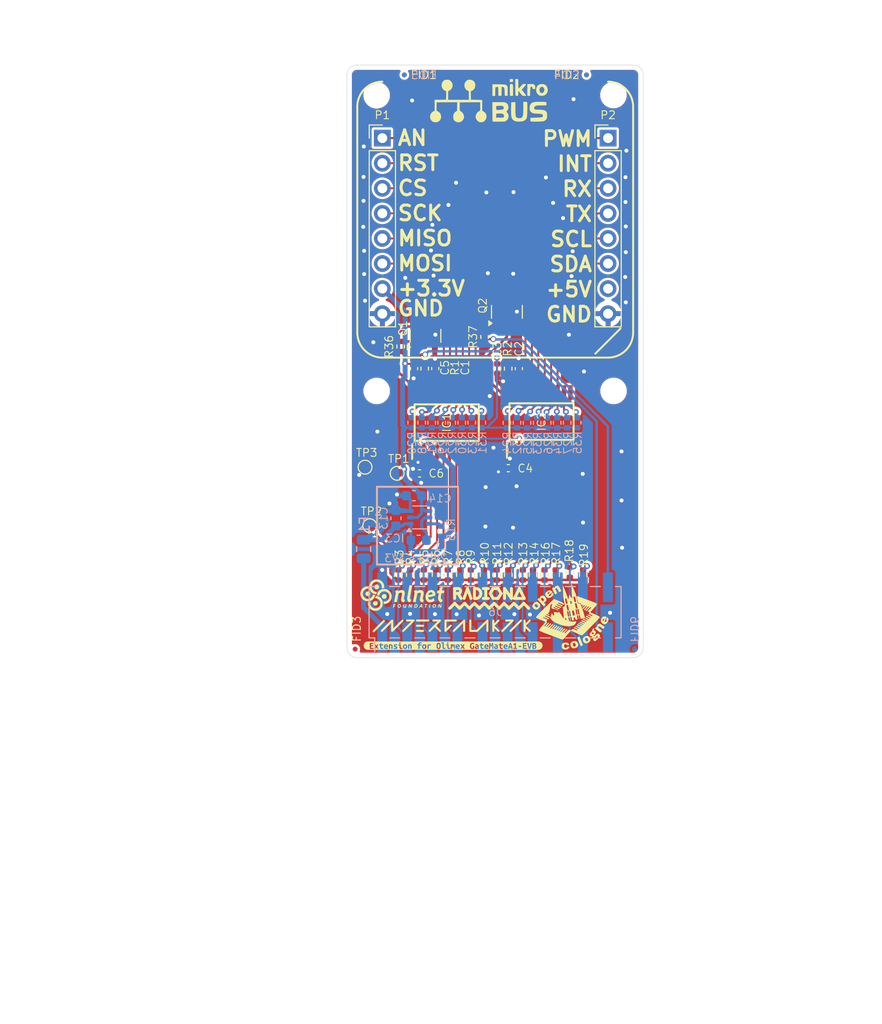
<source format=kicad_pcb>
(kicad_pcb (version 20240108) (generator "pcbnew") (generator_version "8.0")
  (title_block (title "${project_name} ${project_version}") (date "2024-12-02") (rev "${project_version}") (company "${project_creator}") (comment 1 "${project_license}"))
  (layers (0 "F.Cu" signal) (1 "In1.Cu" signal "GND1.Cu") (2 "In2.Cu" signal "GND2.Cu") (31 "B.Cu" signal) (34 "B.Paste" user) (35 "F.Paste" user) (36 "B.SilkS" user "B.Silkscreen") (37 "F.SilkS" user "F.Silkscreen") (38 "B.Mask" user) (39 "F.Mask" user) (44 "Edge.Cuts" user))
  (property "project_creator" "Intergalaktik d.o.o.")
  (property "project_license" "CERN-OHL-S v2")
  (property "project_name" "MikroBus to Olimex Extension")
  (property "project_version" "v0.1")
  (property "project_year" "2024.")
  (net 0 "")
  (net 1 "Net-(IC1-EN)")
  (net 2 "GND")
  (net 3 "Net-(IC3-EN)")
  (net 4 "Net-(IC3-L)")
  (net 5 "Net-(IC2-EN)")
  (net 6 "+Exten_V")
  (net 7 "+VCC_HIGH")
  (net 8 "+VCC_LOW")
  (net 9 "/Main Sheet/B1")
  (net 10 "/Main Sheet/A0")
  (net 11 "/Main Sheet/A2")
  (net 12 "/Main Sheet/A1")
  (net 13 "/Main Sheet/B0")
  (net 14 "/Main Sheet/NB_A2_2P")
  (net 15 "/Main Sheet/NB_B1_1N")
  (net 16 "/Main Sheet/NB_A3_3P")
  (net 17 "/Main Sheet/B2")
  (net 18 "/Main Sheet/NB_A1_1P")
  (net 19 "/Main Sheet/B3")
  (net 20 "/Main Sheet/NB_B0_0N")
  (net 21 "/Main Sheet/NB_A0_0P")
  (net 22 "/Main Sheet/NB_B2_2N")
  (net 23 "/Main Sheet/NB_B3_3N")
  (net 24 "/Main Sheet/A3")
  (net 25 "/Main Sheet/B4")
  (net 26 "/Main Sheet/NB_B7_7N")
  (net 27 "/Main Sheet/A7")
  (net 28 "/Main Sheet/NB_A5_5P")
  (net 29 "/Main Sheet/A4")
  (net 30 "/Main Sheet/NB_A6_6P")
  (net 31 "/Main Sheet/A5")
  (net 32 "/Main Sheet/A6")
  (net 33 "/Main Sheet/B6")
  (net 34 "/Main Sheet/NB_A4_4P")
  (net 35 "/Main Sheet/B7")
  (net 36 "/Main Sheet/NB_A7_7P")
  (net 37 "/Main Sheet/NB_B6_6N")
  (net 38 "/Main Sheet/NB_B4_4N")
  (net 39 "/Main Sheet/NB_B5_5N")
  (net 40 "/Main Sheet/B5")
  (net 41 "/Main Sheet/NB_A8_8P")
  (net 42 "/Main Sheet/NB_B8_8N")
  (net 44 "Net-(Q1-B)")
  (net 45 "Net-(Q2-B)")
  (footprint "Resistor_SMD:R_0402_1005Metric" (layer "F.Cu") (at 101.59 73.47 90)
    (property "Reference" "R12")
    (property "Value" "10K" (hide yes))
  )
  (footprint "Resistor_SMD:R_0402_1005Metric" (layer "F.Cu") (at 97.79 73.47 90)
    (property "Reference" "R9")
    (property "Value" "10K" (hide yes))
  )
  (footprint "TestPoint:TestPoint_Pad_D1.0mm" (layer "F.Cu") (at 87.08 62.555)
    (property "Reference" "TP3")
    (property "Value" "GND" (hide yes))
  )
  (footprint "Fiducial:Fiducial_0.5mm_Mask1mm" (layer "F.Cu") (at 86.08 80.975)
    (property "Reference" "FID3")
    (property "Value" "Fiducial_F_BL" (hide yes))
  )
  (footprint "Resistor_SMD:R_0402_1005Metric" (layer "F.Cu") (at 91.66 73.47 90)
    (property "Reference" "R4")
    (property "Value" "10K" (hide yes))
  )
  (footprint "Capacitor_SMD:C_0402_1005Metric" (layer "F.Cu") (at 100.46 52.575 90)
    (property "Reference" "C3")
    (property "Value" "100n" (hide yes))
  )
  (footprint "Cologne:open_cologne_small" (layer "F.Cu") (at 107.77 77.64)
    (property "Reference" "H3" (hide yes))
    (property "Value" "Logo OpenCologne" (hide yes))
  )
  (footprint "Resistor_SMD:R_0402_1005Metric" (layer "F.Cu") (at 109.17 73.47 90)
    (property "Reference" "R19")
    (property "Value" "10K" (hide yes))
  )
  (footprint "Resistor_SMD:R_0402_1005Metric" (layer "F.Cu") (at 99.13 73.47 90)
    (property "Reference" "R10")
    (property "Value" "10K" (hide yes))
  )
  (footprint "Resistor_SMD:R_0402_1005Metric" (layer "F.Cu") (at 90.69 50.335 90)
    (property "Reference" "R36")
    (property "Value" "2K" (hide yes))
  )
  (footprint "Resistor_SMD:R_0402_1005Metric" (layer "F.Cu") (at 101.58 52.575 -90)
    (property "Reference" "R2")
    (property "Value" "200K" (hide yes))
  )
  (footprint "Fiducial:Fiducial_0.5mm_Mask1mm" (layer "F.Cu") (at 91.06 22.835)
    (property "Reference" "FID1")
    (property "Value" "Fiducial_F_TL" (hide yes))
  )
  (footprint "Fiducial:Fiducial_0.5mm_Mask1mm" (layer "F.Cu") (at 109.51 22.835)
    (property "Reference" "FID2")
    (property "Value" "Fiducial_F_TR" (hide yes))
  )
  (footprint "MountingHole:MountingHole_2.2mm_M2" (layer "F.Cu") (at 88.26 54.835)
    (property "Reference" "H5" (hide yes))
    (property "Value" "MountingHole" (hide yes))
  )
  (footprint "LSF0108PWR:SOP65P640X120-20N" (layer "F.Cu") (at 104.955 57.937 90)
    (property "Reference" "IC2")
    (property "Value" "LSF0108PWR" (hide yes))
  )
  (footprint "Resistor_SMD:R_0402_1005Metric" (layer "F.Cu") (at 106.39 73.47 90)
    (property "Reference" "R17")
    (property "Value" "10K" (hide yes))
  )
  (footprint "Capacitor_SMD:C_0402_1005Metric" (layer "F.Cu") (at 92.6 63.185)
    (property "Reference" "C6")
    (property "Value" "100n" (hide yes))
  )
  (footprint "Resistor_SMD:R_0402_1005Metric" (layer "F.Cu") (at 100.41 73.47 90)
    (property "Reference" "R11")
    (property "Value" "10K" (hide yes))
  )
  (footprint "MountingHole:MountingHole_2.2mm_M2" (layer "F.Cu") (at 112.25 54.835)
    (property "Reference" "H6" (hide yes))
    (property "Value" "MountingHole" (hide yes))
  )
  (footprint "Resistor_SMD:R_0402_1005Metric" (layer "F.Cu") (at 99.19 49.37 90)
    (property "Reference" "R37")
    (property "Value" "2K" (hide yes))
  )
  (footprint "Resistor_SMD:R_0402_1005Metric" (layer "F.Cu") (at 94.27 73.46 90)
    (property "Reference" "R6")
    (property "Value" "10K" (hide yes))
  )
  (footprint "Resistor_SMD:R_0402_1005Metric" (layer "F.Cu") (at 93.03 73.47 90)
    (property "Reference" "R5")
    (property "Value" "10K" (hide yes))
  )
  (footprint "Capacitor_SMD:C_0402_1005Metric" (layer "F.Cu") (at 102.66 52.575 -90)
    (property "Reference" "C2")
    (property "Value" "100n" (hide yes))
  )
  (footprint "nlnet:nlnet" (layer "F.Cu") (at 90.86 75.505)
    (property "Reference" "H2" (hide yes))
    (property "Value" "Logo NLnet" (hide yes))
  )
  (footprint "Package_TO_SOT_SMD:SOT-23" (layer "F.Cu") (at 101.45 46.8225 90)
    (property "Reference" "Q2")
    (property "Value" "MMBT3904" (hide yes))
  )
  (footprint "Capacitor_SMD:C_0402_1005Metric" (layer "F.Cu") (at 101.59 62.655)
    (property "Reference" "C4")
    (property "Value" "100n" (hide yes))
  )
  (footprint "MountingHole:MountingHole_2.2mm_M2" (layer "F.Cu") (at 88.26 24.895)
    (property "Reference" "H8" (hide yes))
    (property "Value" "MountingHole" (hide yes))
  )
  (footprint "Resistor_SMD:R_0402_1005Metric" (layer "F.Cu") (at 90.45 73.47 90)
    (property "Reference" "R3")
    (property "Value" "10K" (hide yes))
  )
  (footprint "TestPoint:TestPoint_Pad_D1.0mm" (layer "F.Cu") (at 87.56 68.485)
    (property "Reference" "TP2")
    (property "Value" "VCC_LOW" (hide yes))
  )
  (footprint "TestPoint:TestPoint_Pad_D1.0mm" (layer "F.Cu") (at 90.33 63.175)
    (property "Reference" "TP1")
    (property "Value" "VCC_HIGH" (hide yes))
  )
  (footprint "Capacitor_SMD:C_0402_1005Metric" (layer "F.Cu") (at 92.05 52.575 90)
    (property "Reference" "C5")
    (property "Value" "100n" (hide yes))
  )
  (footprint "Resistor_SMD:R_0402_1005Metric" (layer "F.Cu") (at 95.46 73.47 90)
    (property "Reference" "R7")
    (property "Value" "10K" (hide yes))
  )
  (footprint "Resistor_SMD:R_0402_1005Metric" (layer "F.Cu") (at 93.12 52.575 -90)
    (property "Reference" "R1")
    (property "Value" "200K" (hide yes))
  )
  (footprint "intergalaktik:intergalaktik" (layer "F.Cu") (at 95.890409 78.486446)
    (property "Reference" "H1" (hide yes))
    (property "Value" "Logo Intergalaktik" (hide yes))
  )
  (footprint "Resistor_SMD:R_0402_1005Metric" (layer "F.Cu") (at 105.26 73.47 90)
    (property "Reference" "R16")
    (property "Value" "10K" (hide yes))
  )
  (footprint "MikroBus:Socket_Strip_Straight_1x08_Pitch2.54mm" (layer "F.Cu") (at 88.835 29.235)
    (property "Reference" "P1")
    (property "Value" "microBus_1" (hide yes))
  )
  (footprint "MountingHole:MountingHole_2.2mm_M2" (layer "F.Cu") (at 112.24 24.875)
    (property "Reference" "H9" (hide yes))
    (property "Value" "MountingHole" (hide yes))
  )
  (footprint "radiona:radiona_small" (layer "F.Cu") (at 99.659591 74.843554)
    (property "Reference" "H4" (hide yes))
    (property "Value" "Logo Radiona" (hide yes))
  )
  (footprint "Package_TO_SOT_SMD:SOT-23" (layer "F.Cu") (at 93.2 49.2525 90)
    (property "Reference" "Q1")
    (property "Value" "MMBT3904" (hide yes))
  )
  (footprint "Resistor_SMD:R_0402_1005Metric" (layer "F.Cu") (at 103.06 73.47 90)
    (property "Reference" "R13")
    (property "Value" "10K" (hide yes))
  )
  (footprint "Resistor_SMD:R_0402_1005Metric" (layer "F.Cu") (at 96.73 73.47 90)
    (property "Reference" "R8")
    (property "Value" "10K" (hide yes))
  )
  (footprint "Capacitor_SMD:C_0402_1005Metric" (layer "F.Cu") (at 94.19 52.565 90)
    (property "Reference" "C1")
    (property "Value" "100n" (hide yes))
  )
  (footprint "Resistor_SMD:R_0402_1005Metric" (layer "F.Cu") (at 104.09 73.47 90)
    (property "Reference" "R14")
    (property "Value" "10K" (hide yes))
  )
  (footprint "Resistor_SMD:R_0402_1005Metric" (layer "F.Cu") (at 107.82 73.195 90)
    (property "Reference" "R18")
    (property "Value" "10K" (hide yes))
  )
  (footprint "MikroBus:mikrobus_logo" (layer "F.Cu") (at 99.613263 25.427846)
    (property "Reference" "H7" (hide yes))
    (property "Value" "Logo MikroBus" (hide yes))
  )
  (footprint "MikroBus:Socket_Strip_Straight_1x08_Pitch2.54mm" (layer "F.Cu") (at 111.695 29.235)
    (property "Reference" "P2")
    (property "Value" "microBus_2" (hide yes))
  )
  (footprint "LSF0108PWR:SOP65P640X120-20N" (layer "F.Cu") (at 95.355 58.043 90)
    (property "Reference" "IC1")
    (property "Value" "LSF0108PWR" (hide yes))
  )
  (footprint "kibuzzard-674D68C8" (layer "F.Cu") (at 96 80.625)
    (property "Reference" "kibuzzard-674D68C8" (hide yes))
    (property "Value" "G***" (hide yes))
  )
  (footprint "Fiducial:Fiducial_0.5mm_Mask1mm" (layer "B.Cu") (at 109.51 22.835 180)
    (property "Reference" "FID4")
    (property "Value" "Fiducial_B_TL" (hide yes))
  )
  (footprint "Resistor_SMD:R_0402_1005Metric" (layer "B.Cu") (at 104.51 58.065 90)
    (property "Reference" "R33")
    (property "Value" "10K" (hide yes))
  )
  (footprint "Resistor_SMD:R_0402_1005Metric" (layer "B.Cu") (at 92.819285 58.043 90)
    (property "Reference" "R28")
    (property "Value" "10K" (hide yes))
  )
  (footprint "Resistor_SMD:R_0402_1005Metric" (layer "B.Cu") (at 93.83357 58.053 90)
    (property "Reference" "R21")
    (property "Value" "10K" (hide yes))
  )
  (footprint "Resistor_SMD:R_0402_1005Metric" (layer "B.Cu") (at 95.86214 58.063 90)
    (property "Reference" "R22")
    (property "Value" "10K" (hide yes))
  )
  (footprint "Inductor_SMD:L_0603_1608Metric" (layer "B.Cu") (at 92.51 69.951666 180)
    (property "Reference" "L1")
    (property "Value" "4.7uH" (hide yes))
  )
  (footprint "Resistor_SMD:R_0402_1005Metric" (layer "B.Cu") (at 102.47 58.055 90)
    (property "Reference" "R32")
    (property "Value" "10K" (hide yes))
  )
  (footprint "Resistor_SMD:R_0402_1005Metric" (layer "B.Cu") (at 105.53 58.065 90)
    (property "Reference" "R26")
    (property "Value" "10K" (hide yes))
  )
  (footprint "Resistor_SMD:R_0402_1005Metric" (layer "B.Cu") (at 94.847855 58.053 90)
    (property "Reference" "R29")
    (property "Value" "10K" (hide yes))
  )
  (footprint "Package_TO_SOT_SMD:SOT-363_SC-70-6" (layer "B.Cu") (at 92.62 67.641666)
    (property "Reference" "IC3")
    (property "Value" "TLV61225DC" (hide yes))
  )
  (footprint "Connector_PinSocket_2.54mm:PinSocket_2x10_P2.54mm_Vertical_SMD" (layer "B.Cu") (at 100.25 77.24 -90)
    (property "Reference" "J6")
    (property "Value" "MISC" (hide yes))
  )
  (footprint "Resistor_SMD:R_0402_1005Metric" (layer "B.Cu") (at 96.876425 58.053 90)
    (property "Reference" "R30")
    (property "Value" "10K" (hide yes))
  )
  (footprint "Fiducial:Fiducial_0.5mm_Mask1mm" (layer "B.Cu") (at 114.39 80.975 180)
    (property "Reference" "FID6")
    (property "Value" "Fiducial_B_BL" (hide yes))
  )
  (footprint "Resistor_SMD:R_0402_1005Metric" (layer "B.Cu") (at 108.56 58.045 90)
    (property "Reference" "R35")
    (property "Value" "10K" (hide yes))
  )
  (footprint "Resistor_SMD:R_0402_1005Metric" (layer "B.Cu") (at 106.54 58.055 90)
    (property "Reference" "R34")
    (property "Value" "10K" (hide yes))
  )
  (footprint "Fuse:Fuse_0805_2012Metric" (layer "B.Cu") (at 86.94 70.8425 90)
    (property "Reference" "F1")
    (property "Value" "0805L050WR" (hide yes))
  )
  (footprint "Resistor_SMD:R_0402_1005Metric" (layer "B.Cu") (at 98.905 58.043 90)
    (property "Reference" "R31")
    (property "Value" "10K" (hide yes))
  )
  (footprint "Resistor_SMD:R_0402_1005Metric" (layer "B.Cu") (at 101.45 58.065 90)
    (property "Reference" "R24")
    (property "Value" "10K" (hide yes))
  )
  (footprint "Resistor_SMD:R_0402_1005Metric" (layer "B.Cu") (at 91.805 58.043 90)
    (property "Reference" "R20")
    (property "Value" "10K" (hide yes))
  )
  (footprint "Fiducial:Fiducial_0.5mm_Mask1mm" (layer "B.Cu") (at 91.06 22.835 180)
    (property "Reference" "FID5")
    (property "Value" "Fiducial_B_TR" (hide yes))
  )
  (footprint "Capacitor_SMD:C_0603_1608Metric" (layer "B.Cu") (at 92.03 65.441666 180)
    (property "Reference" "C14")
    (property "Value" "10uF" (hide yes))
  )
  (footprint "Resistor_SMD:R_0402_1005Metric" (layer "B.Cu") (at 97.89071 58.043 90)
    (property "Reference" "R23")
    (property "Value" "10K" (hide yes))
  )
  (footprint "Resistor_SMD:R_0402_1005Metric" (layer "B.Cu") (at 103.49 58.065 90)
    (property "Reference" "R25")
    (property "Value" "10K" (hide yes))
  )
  (footprint "Resistor_SMD:R_0402_1005Metric" (layer "B.Cu") (at 94.8 69.041666 90)
    (property "Reference" "R15")
    (property "Value" "10K" (hide yes))
  )
  (footprint "Resistor_SMD:R_0402_1005Metric" (layer "B.Cu") (at 107.55 58.055 90)
    (property "Reference" "R27")
    (property "Value" "10K" (hide yes))
  )
  (footprint "Capacitor_SMD:C_0603_1608Metric" (layer "B.Cu") (at 90.21 67.726666 90)
    (property "Reference" "C13")
    (property "Value" "10uF" (hide yes))
  )
  (gr_rect (start 88.29 64.538334) (end 96.492718 72.411666) (stroke (width 0.2)) (fill none) (layer "B.SilkS"))
  (gr_arc (start 86.295 26.06) (mid 87.038949 24.263949) (end 88.835 23.52) (stroke (width 0.2)) (layer "F.SilkS"))
  (gr_arc (start 111.695 23.52) (mid 113.491051 24.263949) (end 114.235 26.06) (stroke (width 0.2)) (layer "F.SilkS"))
  (gr_line (start 86.295 47.015) (end 86.295 48.92) (stroke (width 0.2)) (layer "F.SilkS"))
  (gr_line (start 114.235 47.015) (end 114.235 48.92) (stroke (width 0.2)) (layer "F.SilkS"))
  (gr_line (start 88.835 51.46) (end 111.695 51.46) (stroke (width 0.2)) (layer "F.SilkS"))
  (gr_line (start 86.295 26.06) (end 86.295 29.235) (stroke (width 0.2)) (layer "F.SilkS"))
  (gr_arc (start 114.235 48.92) (mid 113.491051 50.716051) (end 111.695 51.46) (stroke (width 0.2)) (layer "F.SilkS"))
  (gr_line (start 86.295 29.235) (end 86.295 47.015) (stroke (width 0.2)) (layer "F.SilkS"))
  (gr_line (start 114.235 29.235) (end 114.235 47.015) (stroke (width 0.2)) (layer "F.SilkS"))
  (gr_arc (start 88.835 51.46) (mid 87.038949 50.716051) (end 86.295 48.92) (stroke (width 0.2)) (layer "F.SilkS"))
  (gr_line (start 112.95 48.515) (end 110.41 51.055) (stroke (width 0.2)) (layer "F.SilkS"))
  (gr_line (start 114.235 29.235) (end 114.235 26.06) (stroke (width 0.2)) (layer "F.SilkS"))
  (gr_arc (start 86.25 81.835) (mid 85.542893 81.542107) (end 85.25 80.835) (stroke (width 0.05)) (layer "Edge.Cuts"))
  (gr_arc (start 115.25 80.835) (mid 114.957107 81.542107) (end 114.25 81.835) (stroke (width 0.05)) (layer "Edge.Cuts"))
  (gr_line (start 86.25 21.835) (end 114.25 21.835) (stroke (width 0.05)) (layer "Edge.Cuts"))
  (gr_line (start 85.25 80.835) (end 85.25 22.835) (stroke (width 0.05)) (layer "Edge.Cuts"))
  (gr_arc (start 114.25 21.835) (mid 114.957107 22.127893) (end 115.25 22.835) (stroke (width 0.05)) (layer "Edge.Cuts"))
  (gr_line (start 115.25 22.835) (end 115.25 80.835) (stroke (width 0.05)) (layer "Edge.Cuts"))
  (gr_arc (start 85.25 22.835) (mid 85.542893 22.127893) (end 86.25 21.835) (stroke (width 0.05)) (layer "Edge.Cuts"))
  (gr_line (start 114.25 81.835) (end 86.25 81.835) (stroke (width 0.05)) (layer "Edge.Cuts"))
  (gr_text "2V5>>3V3" (at 95.4975 72.241666 0) (layer "B.SilkS") (effects (font (size 0.8 0.8) (thickness 0.1)) (justify left bottom mirror)))
  (gr_text "TX" (at 108.740001 36.925 0) (layer "F.SilkS") (effects (font (size 1.5 1.5) (thickness 0.3))))
  (gr_text "GND" (at 107.74 47.085 0) (layer "F.SilkS") (effects (font (size 1.5 1.5) (thickness 0.3))))
  (gr_text "RX" (at 108.561429 34.385 0) (layer "F.SilkS") (effects (font (size 1.5 1.5) (thickness 0.3))))
  (gr_text "GND" (at 92.73 46.475 0) (layer "F.SilkS") (effects (font (size 1.5 1.5) (thickness 0.3))))
  (gr_text "SDA" (at 107.918572 42.005 0) (layer "F.SilkS") (effects (font (size 1.5 1.5) (thickness 0.3))))
  (gr_text "MISO" (at 93.158572 39.375 0) (layer "F.SilkS") (effects (font (size 1.5 1.5) (thickness 0.3))))
  (gr_text "+3.3V" (at 93.801428 44.455 0) (layer "F.SilkS") (effects (font (size 1.5 1.5) (thickness 0.3))))
  (gr_text "SCL" (at 107.954286 39.465 0) (layer "F.SilkS") (effects (font (size 1.5 1.5) (thickness 0.3))))
  (gr_text "INT" (at 108.311429 31.845 0) (layer "F.SilkS") (effects (font (size 1.5 1.5) (thickness 0.3))))
  (gr_text "+5V" (at 107.740001 44.545 0) (layer "F.SilkS") (effects (font (size 1.5 1.5) (thickness 0.3))))
  (gr_text "AN" (at 91.872857 29.215 0) (layer "F.SilkS") (effects (font (size 1.5 1.5) (thickness 0.3))))
  (gr_text "PWM" (at 107.561429 29.305 0) (layer "F.SilkS") (effects (font (size 1.5 1.5) (thickness 0.3))))
  (gr_text "SCK" (at 92.658571 36.835 0) (layer "F.SilkS") (effects (font (size 1.5 1.5) (thickness 0.3))))
  (gr_text "CS" (at 91.908571 34.295 0) (layer "F.SilkS") (effects (font (size 1.5 1.5) (thickness 0.3))))
  (gr_text "MOSI" (at 93.158572 41.915 0) (layer "F.SilkS") (effects (font (size 1.5 1.5) (thickness 0.3))))
  (gr_text "RST" (at 92.48 31.755 0) (layer "F.SilkS") (effects (font (size 1.5 1.5) (thickness 0.3))))
  (segment (start 91.145 48.315) (end 89.93 49.53) (width 0.25) (layer "F.Cu") (net 1))
  (segment (start 92.43 54.88) (end 92.43 55.105) (width 0.25) (layer "F.Cu") (net 1))
  (segment (start 93.08 55.105) (end 93.08 53.705) (width 0.2) (layer "F.Cu") (net 1))
  (segment (start 93.12 53.665) (end 93.08 53.705) (width 0.2) (layer "F.Cu") (net 1))
  (segment (start 89.93 52.38) (end 92.43 54.88) (width 0.25) (layer "F.Cu") (net 1))
  (segment (start 94.15 53.085) (end 94.19 53.045) (width 0.2) (layer "F.Cu") (net 1))
  (segment (start 93.12 53.085) (end 94.15 53.085) (width 0.2) (layer "F.Cu") (net 1))
  (segment (start 92.43 55.105) (end 93.08 55.105) (width 0.2) (layer "F.Cu") (net 1))
  (segment (start 89.93 49.53) (end 89.93 52.38) (width 0.25) (layer "F.Cu") (net 1))
  (segment (start 93.2 48.315) (end 91.145 48.315) (width 0.25) (layer "F.Cu") (net 1))
  (segment (start 93.12 53.085) (end 93.12 53.665) (width 0.2) (layer "F.Cu") (net 1))
  (segment (start 100.46 53.25) (end 101.07 53.86) (width 0.25) (layer "F.Cu") (net 2))
  (segment (start 92.12 63.185) (end 92.12 62.9) (width 0.25) (layer "F.Cu") (net 2))
  (segment (start 86.49 63.335) (end 86.89 62.935) (width 0.5) (layer "F.Cu") (net 2))
  (segment (start 92.05 53.51) (end 92 53.56) (width 0.25) (layer "F.Cu") (net 2))
  (segment (start 86.89 62.935) (end 86.89 62.555) (width 0.5) (layer "F.Cu") (net 2))
  (segment (start 102.4 46.87) (end 102.46 46.81) (width 0.25) (layer "F.Cu") (net 2))
  (segment (start 102.66 52.095) (end 102.66 51.54) (width 0.25) (layer "F.Cu") (net 2))
  (segment (start 92.05 53.055) (end 92.05 53.51) (width 0.25) (layer "F.Cu") (net 2))
  (segment (start 102.03 61.4) (end 101.75 61.68) (width 0.25) (layer "F.Cu") (net 2))
  (segment (start 94.19 52.085) (end 94.19 51.6) (width 0.25) (layer "F.Cu") (net 2))
  (segment (start 94.15 50.19) (end 94.15 49.19) (width 0.25) (layer "F.Cu") (net 2))
  (segment (start 102.4 47.76) (end 102.4 46.87) (width 0.25) (layer "F.Cu") (net 2))
  (segment (start 102.03 60.875) (end 102.03 61.4) (width 0.25) (layer "F.Cu") (net 2))
  (segment (start 101.11 62.655) (end 100.96 62.655) (width 0.2) (layer "F.Cu") (net 2))
  (segment (start 92.12 63.485) (end 92.77 64.135) (width 0.25) (layer "F.Cu") (net 2))
  (segment (start 92.12 63.185) (end 92.12 63.485) (width 0.25) (layer "F.Cu") (net 2))
  (segment (start 92.43 60.981) (end 92.43 62.045) (width 0.2) (layer "F.Cu") (net 2))
  (segment (start 102.66 51.54) (end 102.64 51.52) (width 0.25) (layer "F.Cu") (net 2))
  (segment (start 92.12 62.9) (end 91.94 62.72) (width 0.25) (layer "F.Cu") (net 2))
  (segment (start 94.19 51.6) (end 94.17 51.58) (width 0.25) (layer "F.Cu") (net 2))
  (segment (start 94.15 49.19) (end 94.2 49.14) (width 0.25) (layer "F.Cu") (net 2))
  (segment (start 92.43 62.045) (end 92.45 62.065) (width 0.2) (layer "F.Cu") (net 2))
  (segment (start 100.46 53.055) (end 100.46 53.25) (width 0.25) (layer "F.Cu") (net 2))
  (segment (start 100.96 62.655) (end 100.59 63.025) (width 0.2) (layer "F.Cu") (net 2))
  (via (at 113.49 38.185) (size 0.8) (drill 0.4) (layers "F.Cu" "B.Cu") (net 2))
  (via (at 86.99 40.645) (size 0.8) (drill 0.4) (layers "F.Cu" "B.Cu") (net 2))
  (via (at 109.26 52.865) (size 0.8) (drill 0.4) (layers "F.Cu" "B.Cu") (net 2))
  (via (at 99.3 64.575) (size 0.8) (drill 0.4) (layers "F.Cu" "B.Cu") (net 2))
  (via (at 113.12 70.705) (size 0.8) (drill 0.4) (layers "F.Cu" "B.Cu") (net 2))
  (via (at 86.95 30.085) (size 0.8) (drill 0.4) (layers "F.Cu" "B.Cu") (net 2))
  (via (at 91.85 25.425) (size 0.8) (drill 0.4) (layers "F.Cu" "B.Cu") (net 2))
  (via (at 101.75 61.68) (size 0.6) (drill 0.4) (layers "F.Cu" "B.Cu") (net 2))
  (via (at 102.21 77.435) (size 0.8) (drill 0.4) (layers "F.Cu" "B.Cu") (net 2))
  (via (at 113.46 35.705) (size 0.8) (drill 0.4) (layers "F.Cu" "B.Cu") (net 2))
  (via (at 102.12 34.705) (size 0.8) (drill 0.4) (layers "F.Cu" "B.Cu") (net 2))
  (via (at 99.27 68.565) (size 0.8) (drill 0.4) (layers "F.Cu" "B.Cu") (net 2))
  (via (at 103.78 77.475) (size 0.8) (drill 0.4) (layers "F.Cu" "B.Cu") (net 2))
  (via (at 113.06 60.955) (size 0.8) (drill 0.4) (layers "F.Cu" "B.Cu") (net 2))
  (via (at 111.9 77.295) (size 0.8) (drill 0.4) (layers "F.Cu" "B.Cu") (net 2))
  (via (at 102.09 42.975) (size 0.8) (drill 0.4) (layers "F.Cu" "B.Cu") (net 2))
  (via (at 86.9 38.215) (size 0.8) (drill 0.4) (layers "F.Cu" "B.Cu") (net 2))
  (via (at 109.16 68.165) (size 0.8) (drill 0.4) (layers "F.Cu" "B.Cu") (net 2))
  (via (at 87.92 49.905) (size 0.8) (drill 0.4) (layers "F.Cu" "B.Cu") (net 2))
  (via (at 91.94 62.72) (size 0.6) (drill 0.4) (layers "F.Cu" "B.Cu") (net 2))
  (via (at 113.55 30.505) (size 0.8) (drill 0.4) (layers "F.Cu" "B.Cu") (net 2))
  (via (at 102.46 46.81) (size 0.6) (drill 0.4) (layers "F.Cu" "B.Cu") (net 2))
  (via (at 88.82 72.96) (size 0.8) (drill 0.4) (layers "F.Cu" "B.Cu") (net 2))
  (via (at 92 53.56) (size 0.6) (drill 0.4) (layers "F.Cu" "B.Cu") (net 2))
  (via (at 92.45 62.065) (size 0.6) (drill 0.3) (layers "F.Cu" "B.Cu") (net 2))
  (via (at 106.13 35.795) (size 0.8) (drill 0.4) (layers "F.Cu" "B.Cu") (net 2))
  (via (at 98.62 77.565) (size 0.8) (drill 0.4) (layers "F.Cu" "B.Cu") (net 2))
  (via (at 113.43 43.295) (size 0.8) (drill 0.4) (layers "F.Cu" "B.Cu") (net 2))
  (via (at 87.08 45.695) (size 0.8) (drill 0.4) (layers "F.Cu" "B.Cu") (net 2))
  (via (at 96.36 77.445) (size 0.8) (drill 0.4) (layers "F.Cu" "B.Cu") (net 2))
  (via (at 107.73 49.145) (size 0.8) (drill 0.4) (layers "F.Cu" "B.Cu") (net 2))
  (via (at 86.93 33.165) (size 0.8) (drill 0.4) (layers "F.Cu" "B.Cu") (net 2))
  (via (at 100.59 63.025) (size 0.6) (drill 0.3) (layers "F.Cu" "B.Cu") (net 2))
  (via (at 113.06 65.925) (size 0.8) (drill 0.4) (layers "F.Cu" "B.Cu") (net 2))
  (via (at 113.49 45.865) (size 0.8) (drill 0.4) (layers "F.Cu" "B.Cu") (net 2))
  (via (at 102.07 68.685) (size 0.8) (drill 0.4) (layers "F.Cu" "B.Cu") (net 2))
  (via (at 108 43.215) (size 0.8) (drill 0.4) (layers "F.Cu" "B.Cu") (net 2))
  (via (at 99.37 34.735) (size 0.8) (drill 0.4) (layers "F.Cu" "B.Cu") (net 2))
  (via (at 94.17 51.58) (size 0.6) (drill 0.4) (layers "F.Cu" "B.Cu") (net 2))
  (via (at 89.555 66.231666) (size 0.8) (drill 0.4) (layers "F.Cu" "B.Cu") (net 2))
  (via (at 113.46 33.195) (size 0.8) (drill 0.4) (layers "F.Cu" "B.Cu") (net 2))
  (via (at 100.09 60.585) (size 0.8) (drill 0.4) (layers "F.Cu" "B.Cu") (net 2))
  (via (at 105.4 33.225) (size 0.8) (drill 0.4) (layers "F.Cu" "B.Cu") (net 2))
  (via (at 102.43 64.485) (size 0.8) (drill 0.4) (layers "F.Cu" "B.Cu") (net 2))
  (via (at 91.64 77.405) (size 0.8) (drill 0.4) (layers "F.Cu" "B.Cu") (net 2))
  (via (at 90.315 65.321666) (size 0.8) (drill 0.4) (layers "F.Cu" "B.Cu") (net 2))
  (via (at 113.49 40.785) (size 0.8) (drill 0.4) (layers "F.Cu" "B.Cu") (net 2))
  (via (at 94.16 77.435) (size 0.8) (drill 0.4) (layers "F.Cu" "B.Cu") (net 2))
  (via (at 88.33 58.955) (size 0.8) (drill 0.4) (layers "F.Cu" "B.Cu") (net 2))
  (via (at 96.3 33.755) (size 0.8) (drill 0.4) (layers "F.Cu" "B.Cu") (net 2))
  (via (at 94.2 49.14) (size 0.6) (drill 0.4) (layers "F.Cu" "B.Cu") (net 2))
  (via (at 93.76 40.615) (size 0.8) (drill 0.4) (layers "F.Cu" "B.Cu") (net 2))
  (via (at 109.13 63.235) (size 0.8) (drill 0.4) (layers "F.Cu" "B.Cu") (net 2))
  (via (at 92.77 64.135) (size 0.6) (drill 0.4) (layers "F.Cu" "B.Cu") (net 2))
  (via (at 91.16 43.385) (size 0.8) (drill 0.4) (layers "F.Cu" "B.Cu") (net 2))
  (via (at 93.9 38.015) (size 0.8) (drill 0.4) (layers "F.Cu" "B.Cu") (net 2))
  (via (at 102.64 51.52) (size 0.6) (drill 0.4) (layers "F.Cu" "B.Cu") (net 2))
  (via (at 86.99 43.005) (size 0.8) (drill 0.4) (layers "F.Cu" "B.Cu") (net 2))
  (via (at 101.07 53.86) (size 0.6) (drill 0.4) (layers "F.Cu" "B.Cu") (net 2))
  (via (at 107.14 37.335) (size 0.8) (drill 0.4) (layers "F.Cu" "B.Cu") (net 2))
  (via (at 95.53 36.005) (size 0.8) (drill 0.4) (layers "F.Cu" "B.Cu") (net 2))
  (via (at 99.52 42.915) (size 0.8) (drill 0.4) (layers "F.Cu" "B.Cu") (net 2))
  (via (at 86.49 63.335) (size 0.8) (drill 0.4) (layers "F.Cu" "B.Cu") (net 2))
  (via (at 94.02 43.155) (size 0.8) (drill 0.4) (layers "F.Cu" "B.Cu") (net 2))
  (via (at 108.11 40.695) (size 0.8) (drill 0.4) (layers "F.Cu" "B.Cu") (net 2))
  (via (at 99.71 55.355) (size 0.8) (drill 0.4) (layers "F.Cu" "B.Cu") (net 2))
  (via (at 86.93 35.585) (size 0.8) (drill 0.4) (layers "F.Cu" "B.Cu") (net 2))
  (via (at 89.33 77.425) (size 0.8) (drill 0.4) (layers "F.Cu" "B.Cu") (net 2))
  (via (at 108.2 25.295) (size 0.8) (drill 0.4) (layers "F.Cu" "B.Cu") (net 2))
  (segment (start 91.67 65.856666) (end 91.255 65.441666) (width 0.3) (layer "B.Cu") (net 2))
  (segment (start 91.255 65.441666) (end 90.435 65.441666) (width 0.3) (layer "B.Cu") (net 2))
  (segment (start 91.63 66.951666) (end 91.67 66.991666) (width 0.3) (layer "B.Cu") (net 2))
  (segment (start 90.21 66.886666) (end 89.555 66.231666) (width 0.3) (layer "B.Cu") (net 2))
  (segment (start 90.435 65.441666) (end 90.315 65.321666) (width 0.3) (layer "B.Cu") (net 2))
  (segment (start 90.21 66.951666) (end 91.63 66.951666) (width 0.3) (layer "B.Cu") (net 2))
  (segment (start 91.67 66.991666) (end 91.67 65.856666) (width 0.3) (layer "B.Cu") (net 2))
  (segment (start 90.21 66.951666) (end 90.21 66.886666) (width 0.3) (layer "B.Cu") (net 2))
  (segment (start 88.82 72.96) (end 88.82 74.72) (width 0.5) (layer "B.Cu") (net 2))
  (segment (start 93.57 68.291666) (end 94.56 68.291666) (width 0.3) (layer "B.Cu") (net 3))
  (segment (start 94.56 68.291666) (end 94.8 68.531666) (width 0.3) (layer "B.Cu") (net 3))
  (segment (start 93.2975 69.184166) (end 93.2975 69.951666) (width 0.3) (layer "B.Cu") (net 4))
  (segment (start 93.57 67.641666) (end 93.165 67.641666) (width 0.3) (layer "B.Cu") (net 4))
  (segment (start 92.815 68.701666) (end 93.2975 69.184166) (width 0.3) (layer "B.Cu") (net 4))
  (segment (start 92.825 67.981666) (end 92.825 68.691666) (width 0.3) (layer "B.Cu") (net 4))
  (segment (start 93.165 67.641666) (end 92.825 67.981666) (width 0.3) (layer "B.Cu") (net 4))
  (segment (start 92.825 68.691666) (end 92.815 68.701666) (width 0.3) (layer "B.Cu") (net 4))
  (segment (start 99.56 53.72) (end 100.839 54.999) (width 0.25) (layer "F.Cu") (net 5))
  (segment (start 102.63 53.085) (end 102.66 53.055) (width 0.2) (layer "F.Cu") (net 5))
  (segment (start 100.839 54.999) (end 102.03 54.999) (width 0.25) (layer "F.Cu") (net 5))
  (segment (start 101.45 49.35) (end 99.56 51.24) (width 0.25) (layer "F.Cu") (net 5))
  (segment (start 102.68 53.075) (end 102.66 53.055) (width 0.2) (layer "F.Cu") (net 5))
  (segment (start 102.68 54.999) (end 102.68 53.075) (width 0.2) (layer "F.Cu") (net 5))
  (segment (start 99.56 51.24) (end 99.56 53.72) (width 0.25) (layer "F.Cu") (net 5))
  (segment (start 101.58 53.085) (end 102.63 53.085) (width 0.2) (layer "F.Cu") (net 5))
  (segment (start 101.45 45.885) (end 101.45 49.35) (width 0.25) (layer "F.Cu") (net 5))
  (segment (start 102.03 54.999) (end 102.68 54.999) (width 0.2) (layer "F.Cu") (net 5))
  (segment (start 86.94 76.775) (end 86.94 71.78) (width 0.5) (layer "B.Cu") (net 6))
  (segment (start 88.82 79.76) (end 88.82 78.655) (width 0.5) (layer "B.Cu") (net 6))
  (segment (start 88.82 78.655) (end 86.94 76.775) (width 0.5) (layer "B.Cu") (net 6))
  (segment (start 92.05 52.095) (end 93.09 52.095) (width 0.2) (layer "F.Cu") (net 7))
  (segment (start 100.49 52.065) (end 100.46 52.095) (width 0.2) (layer "F.Cu") (net 7))
  (segment (start 91.05 62.755) (end 90.63 63.175) (width 0.5) (layer "F.Cu") (net 7))
  (segment (start 92.05 52.095) (end 91.18 52.095) (width 0.2) (layer "F.Cu") (net 7))
  (segment (start 91.18 52.095) (end 91.14 52.055) (width 0.2) (layer "F.Cu") (net 7))
  (segment (start 100.44 51.475) (end 100.44 52.075) (width 0.2) (layer "F.Cu") (net 7))
  (segment (start 100.44 52.075) (end 100.46 52.095) (width 0.2) (layer "F.Cu") (net 7))
  (segment (start 90.63 63.175) (end 90.33 63.175) (width 0.5) (layer "F.Cu") (net 7))
  (segment (start 93.09 52.095) (end 93.12 52.065) (width 0.2) (layer "F.Cu") (net 7))
  (segment (start 101.58 52.065) (end 100.49 52.065) (width 0.2) (layer "F.Cu") (net 7))
  (via (at 100.44 51.475) (size 0.6) (drill 0.3) (layers "F.Cu" "B.Cu") (net 7))
  (via (at 91.05 62.755) (size 0.6) (drill 0.3) (layers "F.Cu" "B.Cu") (net 7))
  (via (at 91.14 52.055) (size 0.6) (drill 0.3) (layers "F.Cu" "B.Cu") (net 7))
  (segment (start 90.89 53.665) (end 91.14 53.415) (width 0.5) (layer "B.Cu") (net 7))
  (segment (start 91.14 53.415) (end 91.14 52.055) (width 0.5) (layer "B.Cu") (net 7))
  (segment (start 92.805 67.231666) (end 92.805 66.651666) (width 0.3) (layer "B.Cu") (net 7))
  (segment (start 91.148 58.553) (end 91.14 58.545) (width 0.2) (layer "B.Cu") (net 7))
  (segment (start 91.05 62.755) (end 90.95 62.655) (width 0.5) (layer "B.Cu") (net 7))
  (segment (start 90.95 58.735) (end 91.14 58.545) (width 0.5) (layer "B.Cu") (net 7))
  (segment (start 98.905 58.553) (end 99.412 58.553) (width 0.2) (layer "B.Cu") (net 7))
  (segment (start 98.905 58.553) (end 91.148 58.553) (width 0.2) (layer "B.Cu") (net 7))
  (segment (start 92.805 66.651666) (end 93.145 66.991666) (width 0.3) (layer "B.Cu") (net 7))
  (segment (start 91.14 46.78) (end 88.835 44.475) (width 0.5) (layer "B.Cu") (net 7))
  (segment (start 90.89 58.295) (end 90.89 53.665) (width 0.5) (layer "B.Cu") (net 7))
  (segment (start 98.907 58.555) (end 98.905 58.553) (width 0.2) (layer "B.Cu") (net 7))
  (segment (start 93.145 66.991666) (end 93.57 66.991666) (width 0.3) (layer "B.Cu") (net 7))
  (segment (start 92.805 65.441666) (end 92.805 66.651666) (width 0.3) (layer "B.Cu") (net 7))
  (segment (start 91.05 62.755) (end 91.05 63.705) (width 0.5) (layer "B.Cu") (net 7))
  (segment (start 99.412 58.553) (end 99.84 58.125) (width 0.2) (layer "B.Cu") (net 7))
  (segment (start 99.84 58.125) (end 100.44 57.525) (width 0.2) (layer "B.Cu") (net 7))
  (segment (start 92.395 67.641666) (end 92.805 67.231666) (width 0.3) (layer "B.Cu") (net 7))
  (segment (start 90.95 62.655) (end 90.95 58.735) (width 0.5) (layer "B.Cu") (net 7))
  (segment (start 91.14 58.545) (end 90.89 58.295) (width 0.5) (layer "B.Cu") (net 7))
  (segment (start 100.44 57.525) (end 100.44 51.475) (width 0.2) (layer "B.Cu") (net 7))
  (segment (start 91.14 52.055) (end 91.14 46.78) (width 0.5) (layer "B.Cu") (net 7))
  (segment (start 92.786666 65.441666) (end 92.805 65.441666) (width 0.5) (layer "B.Cu") (net 7))
  (segment (start 91.67 67.641666) (end 92.395 67.641666) (width 0.3) (layer "B.Cu") (net 7))
  (segment (start 91.05 63.705) (end 92.786666 65.441666) (width 0.5) (layer "B.Cu") (net 7))
  (segment (start 108.56 58.555) (end 98.907 58.555) (width 0.2) (layer "B.Cu") (net 7))
  (segment (start 93.08 60.981) (end 93.08 59.935) (width 0.2) (layer "F.Cu") (net 8))
  (segment (start 102.68 61.885) (end 102.68 60.875) (width 0.2) (layer "F.Cu") (net 8))
  (segment (start 89.66 70.855) (end 87.96 69.155) (width 0.25) (layer "F.Cu") (net 8))
  (segment (start 102.07 62.495) (end 102.68 61.885) (width 0.2) (layer "F.Cu") (net 8))
  (segment (start 109.155 73.965) (end 90.465 73.965) (width 0.25) (layer "F.Cu") (net 8))
  (segment (start 90.45 73.98) (end 90.35 73.98) (width 0.25) (layer "F.Cu") (net 8))
  (segment (start 93.08 63.185) (end 93.08 60.981) (width 0.2) (layer "F.Cu") (net 8))
  (segment (start 90.35 73.98) (end 89.66 73.29) (width 0.25) (layer "F.Cu") (net 8))
  (segment (start 87.96 69.155) (end 87.96 68.885) (width 0.5) (layer "F.Cu") (net 8))
  (segment (start 90.465 73.965) (end 90.45 73.98) (width 0.25) (layer "F.Cu") (net 8))
  (segment (start 109.17 73.98) (end 109.155 73.965) (width 0.25) (layer "F.Cu") (net 8))
  (segment (start 89.66 73.29) (end 89.66 70.855) (width 0.25) (layer "F.Cu") (net 8))
  (segment (start 102.68 60.875) (end 102.68 59.685) (width 0.2) (layer "F.Cu") (net 8))
  (segment (start 102.68 59.685) (end 102.7 59.665) (width 0.2) (layer "F.Cu") (net 8))
  (segment (start 87.96 68.885) (end 87.56 68.485) (width 0.5) (layer "F.Cu") (net 8))
  (segment (start 102.07 62.655) (end 102.07 62.495) (width 0.2) (layer "F.Cu") (net 8))
  (via (at 102.7 59.665) (size 0.6) (drill 0.3) (layers "F.Cu" "B.Cu") (net 8))
  (via (at 93.08 59.935) (size 0.6) (drill 0.3) (layers "F.Cu" "B.Cu") (net 8))
  (via (at 87.96 69.155) (size 0.6) (drill 0.3) (layers "F.Cu" "B.Cu") (net 8))
  (segment (start 91.7225 69.951666) (end 91.7225 68.344166) (width 0.3) (layer "B.Cu") (net 8))
  (segment (start 94.8 69.551666) (end 94.8 70.686666) (width 0.5) (layer "B.Cu") (net 8))
  (segment (start 94.8 70.686666) (end 94.375 71.111666) (width 0.5) (layer "B.Cu") (net 8))
  (segment (start 87.21 69.905) (end 87.96 69.155) (width 0.5) (layer "B.Cu") (net 8))
  (segment (start 91.065 68.291666) (end 91.67 68.291666) (width 0.3) (layer "B.Cu") (net 8))
  (segment (start 93.35 59.665) (end 93.08 59.935) (width 0.2) (layer "B.Cu") (net 8))
  (segment (start 93.35 59.935) (end 95.99 62.575) (width 0.5) (layer "B.Cu") (net 8))
  (segment (start 91.7225 68.344166) (end 91.67 68.291666) (width 0.3) (layer "B.Cu") (net 8))
  (segment (start 94.375 71.111666) (end 91.985 71.111666) (width 0.5) (layer "B.Cu") (net 8))
  (segment (start 93.08 59.935) (end 93.35 59.935) (width 0.5) (layer "B.Cu") (net 8))
  (segment (start 95.263334 69.551666) (end 94.8 69.551666) (width 0.5) (layer "B.Cu") (net 8))
  (segment (start 88.806666 69.905) (end 90.21 68.501666) (width 0.5) (layer "B.Cu") (net 8))
  (segment (start 86.94 69.905) (end 88.806666 69.905) (width 0.5) (layer "B.Cu") (net 8))
  (segment (start 90.21 68.501666) (end 90.855 68.501666) (width 0.3) (layer "B.Cu") (net 8))
  (segment (start 95.99 68.825) (end 95.263334 69.551666) (width 0.5) (layer "B.Cu") (net 8))
  (segment (start 91.985 71.111666) (end 91.7225 70.849166) (width 0.5) (layer "B.Cu") (net 8))
  (segment (start 102.7 59.665) (end 93.35 59.665) (width 0.2) (layer "B.Cu") (net 8))
  (segment (start 95.99 62.575) (end 95.99 68.825) (width 0.5) (layer "B.Cu") (net 8))
  (segment (start 91.7225 70.849166) (end 91.7225 69.951666) (width 0.5) (layer "B.Cu") (net 8))
  (segment (start 86.94 69.905) (end 87.21 69.905) (width 0.5) (layer "B.Cu") (net 8))
  (segment (start 90.855 68.501666) (end 91.065 68.291666) (width 0.3) (layer "B.Cu") (net 8))
  (segment (start 88.835 39.395) (end 91.38 39.395) (width 0.2) (layer "F.Cu") (net 9))
  (segment (start 91.38 39.395) (end 95.68 43.695) (width 0.2) (layer "F.Cu") (net 9))
  (segment (start 95.68 43.695) (end 95.68 55.105) (width 0.2) (layer "F.Cu") (net 9))
  (segment (start 95.68 56.245) (end 95.21 56.715) (width 0.2) (layer "F.Cu") (net 9))
  (segment (start 95.68 55.105) (end 95.68 56.245) (width 0.2) (layer "F.Cu") (net 9))
  (via (at 95.21 56.715) (size 0.6) (drill 0.3) (layers "F.Cu" "B.Cu") (net 9))
  (segment (start 94.847855 57.307145) (end 94.847855 57.543) (width 0.2) (layer "B.Cu") (net 9))
  (segment (start 95.21 56.945) (end 94.847855 57.307145) (width 0.2) (layer "B.Cu") (net 9))
  (segment (start 95.21 56.715) (end 95.21 56.945) (width 0.2) (layer "B.Cu") (net 9))
  (segment (start 93.41 56.355) (end 92.57 56.355) (width 0.2) (layer "F.Cu") (net 10))
  (segment (start 93.62 56.145) (end 93.41 56.355) (width 0.2) (layer "F.Cu") (net 10))
  (segment (start 92.57 56.355) (end 92.45 56.355) (width 0.2) (layer "F.Cu") (net 10))
  (segment (start 93.73 56.035) (end 93.62 56.145) (width 0.2) (layer "F.Cu") (net 10))
  (segment (start 93.73 55.105) (end 93.73 56.035) (width 0.2) (layer "F.Cu") (net 10))
  (segment (start 92.45 56.355) (end 91.89 56.915) (width 0.2) (layer "F.Cu") (net 10))
  (via (at 91.89 56.915) (size 0.6) (drill 0.3) (layers "F.Cu" "B.Cu") (net 10))
  (segment (start 91.89 56.915) (end 91.89 57.448) (width 0.2) (layer "B.Cu") (net 10))
  (segment (start 91.89 57.448) (end 91.805 57.533) (width 0.2) (layer "B.Cu") (net 10))
  (segment (start 96.32 55.095) (end 96.33 55.105) (width 0.2) (layer "F.Cu") (net 11))
  (segment (start 96.32 42.075) (end 96.32 55.095) (width 0.2) (layer "F.Cu") (net 11))
  (segment (start 91.1 36.855) (end 96.32 42.075) (width 0.2) (layer "F.Cu") (net 11))
  (segment (start 96.33 55.105) (end 96.33 56.445) (width 0.2) (layer "F.Cu") (net 11))
  (segment (start 88.835 36.855) (end 91.1 36.855) (width 0.2) (layer "F.Cu") (net 11))
  (segment (start 96.33 56.445) (end 96.02 56.755) (width 0.2) (layer "F.Cu") (net 11))
  (via (at 96.02 56.755) (size 0.6) (drill 0.3) (layers "F.Cu" "B.Cu") (net 11))
  (segment (start 96.02 57.39514) (end 95.86214 57.553) (width 0.2) (layer "B.Cu") (net 11))
  (segment (start 96.02 56.755) (end 96.02 57.39514) (width 0.2) (layer "B.Cu") (net 11))
  (segment (start 91.04 41.935) (end 95.06 45.955) (width 0.2) (layer "F.Cu") (net 12))
  (segment (start 95.06 55.075) (end 95.03 55.105) (width 0.2) (layer "F.Cu") (net 12))
  (segment (start 95.03 55.105) (end 95.03 55.965) (width 0.2) (layer "F.Cu") (net 12))
  (segment (start 95.06 45.955) (end 95.06 55.075) (width 0.2) (layer "F.Cu") (net 12))
  (segment (start 94.45 56.745) (end 94.37 56.825) (width 0.2) (layer "F.Cu") (net 12))
  (segment (start 95.03 55.965) (end 94.45 56.545) (width 0.2) (layer "F.Cu") (net 12))
  (segment (start 94.45 56.545) (end 94.45 56.745) (width 0.2) (layer "F.Cu") (net 12))
  (segment (start 88.835 41.935) (end 91.04 41.935) (width 0.2) (layer "F.Cu") (net 12))
  (via (at 94.37 56.825) (size 0.6) (drill 0.3) (layers "F.Cu" "B.Cu") (net 12))
  (segment (start 94.37 56.825) (end 93.83357 57.36143) (width 0.2) (layer "B.Cu") (net 12))
  (segment (start 93.83357 57.36143) (end 93.83357 57.543) (width 0.2) (layer "B.Cu") (net 12))
  (segment (start 94.38 55.965) (end 94.38 55.105) (width 0.2) (layer "F.Cu") (net 13))
  (segment (start 93.37 56.975) (end 94.38 55.965) (width 0.2) (layer "F.Cu") (net 13))
  (segment (start 92.84 56.975) (end 93.37 56.975) (width 0.2) (layer "F.Cu") (net 13))
  (via (at 92.84 56.975) (size 0.6) (drill 0.3) (layers "F.Cu" "B.Cu") (net 13))
  (segment (start 92.84 56.975) (end 92.819285 56.995715) (width 0.2) (layer "B.Cu") (net 13))
  (segment (start 92.819285 56.995715) (end 92.819285 57.533) (width 0.2) (layer "B.Cu") (net 13))
  (segment (start 95.46 72.96) (end 95.46 72.815) (width 0.25) (layer "F.Cu") (net 14))
  (segment (start 95.46 72.815) (end 95.7175 72.5575) (width 0.25) (layer "F.Cu") (net 14))
  (segment (start 96.33 71.945) (end 96.33 60.981) (width 0.2) (layer "F.Cu") (net 14))
  (segment (start 95.7175 72.5575) (end 96.33 71.945) (width 0.2) (layer "F.Cu") (net 14))
  (via (at 95.7175 72.5575) (size 0.6) (drill 0.3) (layers "F.Cu" "B.Cu") (net 14))
  (segment (start 95.47 78.79) (end 96.44 79.76) (width 0.2) (layer "B.Cu") (net 14))
  (segment (start 95.47 72.805) (end 95.47 78.79) (width 0.2) (layer "B.Cu") (net 14))
  (segment (start 95.7175 72.5575) (end 95.47 72.805) (width 0.2) (layer "B.Cu") (net 14))
  (segment (start 95.68 71.48) (end 95.68 60.981) (width 0.2) (layer "F.Cu") (net 15))
  (segment (start 94.27 72.89) (end 94.27 72.95) (width 0.25) (layer "F.Cu") (net 15))
  (segment (start 94.66 72.5) (end 94.27 72.89) (width 0.25) (layer "F.Cu") (net 15))
  (segment (start 94.66 72.5) (end 95.68 71.48) (width 0.2) (layer "F.Cu") (net 15))
  (via (at 94.66 72.5) (size 0.6) (drill 0.3) (layers "F.Cu" "B.Cu") (net 15))
  (segment (start 94.66 73.96) (end 93.9 74.72) (width 0.2) (layer "B.Cu") (net 15))
  (segment (start 94.66 72.5) (end 94.66 73.96) (width 0.2) (layer "B.Cu") (net 15))
  (segment (start 97.79 72.96) (end 97.79 72.91) (width 0.25) (layer "F.Cu") (net 16))
  (segment (start 97.71 72.23) (end 97.71 61.061) (width 0.2) (layer "F.Cu") (net 16))
  (segment (start 98.09 72.61) (end 97.71 72.23) (width 0.2) (layer "F.Cu") (net 16))
  (segment (start 97.71 61.061) (end 97.63 60.981) (width 0.2) (layer "F.Cu") (net 16))
  (segment (start 97.79 72.91) (end 98.09 72.61) (width 0.25) (layer "F.Cu") (net 16))
  (via (at 98.09 72.61) (size 0.6) (drill 0.3) (layers "F.Cu" "B.Cu") (net 16))
  (segment (start 98.09 72.61) (end 97.78 72.92) (width 0.2) (layer "B.Cu") (net 16))
  (segment (start 97.78 72.92) (end 97.78 78.56) (width 0.2) (layer "B.Cu") (net 16))
  (segment (start 97.78 78.56) (end 98.98 79.76) (width 0.2) (layer "B.Cu") (net 16))
  (segment (start 96.98 56.655) (end 96.91 56.725) (width 0.2) (layer "F.Cu") (net 17))
  (segment (start 96.98 55.105) (end 96.98 56.655) (width 0.2) (layer "F.Cu") (net 17))
  (segment (start 92.52 34.315) (end 96.98 38.775) (width 0.2) (layer "F.Cu") (net 17))
  (segment (start 96.98 38.775) (end 96.98 55.105) (width 0.2) (layer "F.Cu") (net 17))
  (segment (start 88.835 34.315) (end 92.52 34.315) (width 0.2) (layer "F.Cu") (net 17))
  (via (at 96.91 56.725) (size 0.6) (drill 0.3) (layers "F.Cu" "B.Cu") (net 17))
  (segment (start 96.91 56.725) (end 96.91 57.509425) (width 0.2) (layer "B.Cu") (net 17))
  (segment (start 96.91 57.509425) (end 96.876425 57.543) (width 0.2) (layer "B.Cu") (net 17))
  (segment (start 93.03 72.675) (end 93.2825 72.4225) (width 0.25) (layer "F.Cu") (net 18))
  (segment (start 95.03 70.675) (end 95.03 60.981) (width 0.2) (layer "F.Cu") (net 18))
  (segment (start 93.2825 72.4225) (end 95.03 70.675) (width 0.2) (layer "F.Cu") (net 18))
  (segment (start 93.03 72.96) (end 93.03 72.675) (width 0.25) (layer "F.Cu") (net 18))
  (via (at 93.2825 72.4225) (size 0.6) (drill 0.3) (layers "F.Cu" "B.Cu") (net 18))
  (segment (start 93.2825 72.4225) (end 93.01 72.695) (width 0.2) (layer "B.Cu") (net 18))
  (segment (start 93.01 78.87) (end 93.9 79.76) (width 0.2) (layer "B.Cu") (net 18))
  (segment (start 93.01 72.695) (end 93.01 78.87) (width 0.2) (layer "B.Cu") (net 18))
  (segment (start 98.28 56.265) (end 98.86 56.845) (width 0.2) (layer "F.Cu") (net 19))
  (segment (start 98.28 34.015) (end 98.28 55.105) (width 0.2) (layer "F.Cu") (net 19))
  (segment (start 88.835 29.235) (end 93.5 29.235) (width 0.2) (layer "F.Cu") (net 19))
  (segment (start 98.28 55.105) (end 98.28 56.265) (width 0.2) (layer "F.Cu") (net 19))
  (segment (start 93.5 29.235) (end 98.28 34.015) (width 0.2) (layer "F.Cu") (net 19))
  (via (at 98.86 56.845) (size 0.6) (drill 0.3) (layers "F.Cu" "B.Cu") (net 19))
  (segment (start 98.86 57.488) (end 98.905 57.533) (width 0.2) (layer "B.Cu") (net 19))
  (segment (start 98.86 56.845) (end 98.86 57.488) (width 0.2) (layer "B.Cu") (net 19))
  (segment (start 91.66 72.96) (end 91.66 72.815) (width 0.25) (layer "F.Cu") (net 20))
  (segment (start 91.9525 72.5225) (end 94.38 70.095) (width 0.2) (layer "F.Cu") (net 20))
  (segment (start 91.66 72.815) (end 91.9525 72.5225) (width 0.25) (layer "F.Cu") (net 20))
  (segment (start 94.38 70.095) (end 94.38 60.981) (width 0.2) (layer "F.Cu") (net 20))
  (via (at 91.9525 72.5225) (size 0.6) (drill 0.3) (layers "F.Cu" "B.Cu") (net 20))
  (segment (start 91.36 73.115) (end 91.36 74.72) (width 0.2) (layer "B.Cu") (net 20))
  (segment (start 91.9525 72.5225) (end 91.36 73.115) (width 0.2) (layer "B.Cu") (net 20))
  (segment (start 93.73 69.615) (end 93.73 60.981) (width 0.2) (layer "F.Cu") (net 21))
  (segment (start 90.8225 72.5225) (end 93.73 69.615) (width 0.2) (layer "F.Cu") (net 21))
  (segment (start 90.45 72.96) (end 90.45 72.895) (width 0.25) (layer "F.Cu") (net 21))
  (segment (start 90.45 72.895) (end 90.8225 72.5225) (width 0.25) (layer "F.Cu") (net 21))
  (via (at 90.8225 72.5225) (size 0.6) (drill 0.3) (layers "F.Cu" "B.Cu") (net 21))
  (segment (start 90.45 78.85) (end 91.36 79.76) (width 0.2) (layer "B.Cu") (net 21))
  (segment (start 90.8225 72.5225) (end 90.45 72.895) (width 0.2) (layer "B.Cu") (net 21))
  (segment (start 90.45 72.895) (end 90.45 78.85) (width 0.2) (layer "B.Cu") (net 21))
  (segment (start 96.98 72.54) (end 96.98 60.981) (width 0.2) (layer "F.Cu") (net 22))
  (segment (start 96.73 72.96) (end 96.73 72.79) (width 0.25) (layer "F.Cu") (net 22))
  (segment (start 96.73 72.79) (end 96.98 72.54) (width 0.25) (layer "F.Cu") (net 22))
  (via (at 96.98 72.54) (size 0.6) (drill 0.3) (layers "F.Cu" "B.Cu") (net 22))
  (segment (start 96.98 74.18) (end 96.44 74.72) (width 0.2) (layer "B.Cu") (net 22))
  (segment (start 96.98 72.54) (end 96.98 74.18) (width 0.2) (layer "B.Cu") (net 22))
  (segment (start 98.94 72.525) (end 99.13 72.715) (width 0.25) (layer "F.Cu") (net 23))
  (segment (start 99.13 72.715) (end 99.13 72.96) (width 0.25) (layer "F.Cu") (net 23))
  (segment (start 98.28 71.865) (end 98.28 60.981) (width 0.2) (layer "F.Cu") (net 23))
  (segment (start 98.94 72.525) (end 98.28 71.865) (width 0.2) (layer "F.Cu") (net 23))
  (via (at 98.94 72.525) (size 0.6) (drill 0.3) (layers "F.Cu" "B.Cu") (net 23))
  (segment (start 98.98 72.565) (end 98.98 74.72) (width 0.2) (layer "B.Cu") (net 23))
  (segment (start 98.94 72.525) (end 98.98 72.565) (width 0.2) (layer "B.Cu") (net 23))
  (segment (start 88.835 31.775) (end 92.81 31.775) (width 0.2) (layer "F.Cu") (net 24))
  (segment (start 97.63 56.625) (end 97.85 56.845) (width 0.2) (layer "F.Cu") (net 24))
  (segment (start 97.63 36.595) (end 97.63 55.105) (width 0.2) (layer "F.Cu") (net 24))
  (segment (start 97.63 55.105) (end 97.63 56.625) (width 0.2) (layer "F.Cu") (net 24))
  (segment (start 92.81 31.775) (end 97.63 36.595) (width 0.2) (layer "F.Cu") (net 24))
  (via (at 97.85 56.845) (size 0.6) (drill 0.3) (layers "F.Cu" "B.Cu") (net 24))
  (segment (start 97.85 56.845) (end 97.85 57.49229) (width 0.2) (layer "B.Cu") (net 24))
  (segment (start 97.85 57.49229) (end 97.89071 57.533) (width 0.2) (layer "B.Cu") (net 24))
  (segment (start 103.01 56.675) (end 102.8 56.675) (width 0.2) (layer "F.Cu") (net 25))
  (segment (start 108.81 31.775) (end 111.695 31.775) (width 0.2) (layer "F.Cu") (net 25))
  (segment (start 103.29 56.525) (end 103.2 56.525) (width 0.2) (layer "F.Cu") (net 25))
  (segment (start 103.98 54.999) (end 103.98 36.605) (width 0.2) (layer "F.Cu") (net 25))
  (segment (start 103.68 56.135) (end 103.29 56.525) (width 0.2) (layer "F.Cu") (net 25))
  (segment (start 103.98 36.605) (end 108.81 31.775) (width 0.2) (layer "F.Cu") (net 25))
  (segment (start 103.2 56.525) (end 103.05 56.675) (width 0.2) (layer "F.Cu") (net 25))
  (segment (start 103.05 56.675) (end 103.01 56.675) (width 0.2) (layer "F.Cu") (net 25))
  (segment (start 103.98 54.999) (end 103.98 55.835) (width 0.2) (layer "F.Cu") (net 25))
  (segment (start 102.8 56.675) (end 102.63 56.845) (width 0.2) (layer "F.Cu") (net 25))
  (segment (start 103.98 55.835) (end 103.68 56.135) (width 0.2) (layer "F.Cu") (net 25))
  (via (at 102.63 56.845) (size 0.6) (drill 0.3) (layers "F.Cu" "B.Cu") (net 25))
  (segment (start 102.63 56.845) (end 102.63 57.385) (width 0.2) (layer "B.Cu") (net 25))
  (segment (start 102.63 57.385) (end 102.47 57.545) (width 0.2) (layer "B.Cu") (net 25))
  (segment (start 107.88 70.88) (end 107.88 60.875) (width 0.2) (layer "F.Cu") (net 26))
  (segment (start 109.57 72.57) (end 109.18 72.96) (width 0.25) (layer "F.Cu") (net 26))
  (segment (start 109.57 72.57) (end 107.88 70.88) (width 0.2) (layer "F.Cu") (net 26))
  (segment (start 109.18 72.96) (end 109.17 72.96) (width 0.25) (layer "F.Cu") (net 26))
  (via (at 109.57 72.57) (size 0.6) (drill 0.3) (layers "F.Cu" "B.Cu") (net 26))
  (segment (start 109.57 72.57) (end 109.14 73) (width 0.2) (layer "B.Cu") (net 26))
  (segment (start 109.14 73) (end 109.14 74.72) (width 0.2) (layer "B.Cu") (net 26))
  (segment (start 107.23 54.999) (end 107.23 56.745) (width 0.2) (layer "F.Cu") (net 27))
  (segment (start 107.23 56.745) (end 107.43 56.945) (width 0.2) (layer "F.Cu") (net 27))
  (via (at 107.43 56.945) (size 0.6) (drill 0.3) (layers "F.Cu" "B.Cu") (net 27))
  (segment (start 107.43 57.425) (end 107.55 57.545) (width 0.2) (layer "B.Cu") (net 27))
  (segment (start 107.43 56.945) (end 107.43 57.425) (width 0.2) (layer "B.Cu") (net 27))
  (segment (start 103.34 72.5) (end 104.63 71.21) (width 0.2) (layer "F.Cu") (net 28))
  (segment (start 104.63 71.21) (end 104.63 60.875) (width 0.2) (layer "F.Cu") (net 28))
  (segment (start 103.06 72.78) (end 103.34 72.5) (width 0.25) (layer "F.Cu") (net 28))
  (segment (start 103.06 72.96) (end 103.06 72.78) (width 0.25) (layer "F.Cu") (net 28))
  (via (at 103.34 72.5) (size 0.6) (drill 0.3) (layers "F.Cu" "B.Cu") (net 28))
  (segment (start 103.745 79.76) (end 104.06 79.76) (width 0.2) (layer "B.Cu") (net 28))
  (segment (start 103.03 72.81) (end 103.03 79.045) (width 0.2) (layer "B.Cu") (net 28))
  (segment (start 103.34 72.5) (end 103.03 72.81) (width 0.2) (layer "B.Cu") (net 28))
  (segment (start 103.03 79.045) (end 103.745 79.76) (width 0.2) (layer "B.Cu") (net 28))
  (segment (start 102.41 56.125) (end 101.66 56.875) (width 0.2) (layer "F.Cu") (net 29))
  (segment (start 102.99 56.135) (end 102.42 56.135) (width 0.2) (layer "F.Cu") (net 29))
  (segment (start 107.8 29.235) (end 111.695 29.235) (width 0.2) (layer "F.Cu") (net 29))
  (segment (start 101.66 56.875) (end 101.54 56.875) (width 0.2) (layer "F.Cu") (net 29))
  (segment (start 102.42 56.135) (end 102.41 56.125) (width 0.2) (layer "F.Cu") (net 29))
  (segment (start 103.33 54.999) (end 103.33 55.795) (width 0.2) (layer "F.Cu") (net 29))
  (segment (start 103.33 54.999) (end 103.33 33.705) (width 0.2) (layer "F.Cu") (net 29))
  (segment (start 103.33 33.705) (end 107.8 29.235) (width 0.2) (layer "F.Cu") (net 29))
  (segment (start 103.33 55.795) (end 102.99 56.135) (width 0.2) (layer "F.Cu") (net 29))
  (via (at 101.54 56.875) (size 0.6) (drill 0.3) (layers "F.Cu" "B.Cu") (net 29))
  (segment (start 101.54 56.875) (end 101.54 57.465) (width 0.2) (layer "B.Cu") (net 29))
  (segment (start 101.54 57.465) (end 101.45 57.555) (width 0.2) (layer "B.Cu") (net 29))
  (segment (start 105.26 72.89) (end 105.61 72.54) (width 0.25) (layer "F.Cu") (net 30))
  (segment (start 105.61 72.54) (end 105.93 72.22) (width 0.2) (layer "F.Cu") (net 30))
  (segment (start 105.93 72.22) (end 105.93 60.875) (width 0.2) (layer "F.Cu") (net 30))
  (segment (start 105.26 72.96) (end 105.26 72.89) (width 0.25) (layer "F.Cu") (net 30))
  (via (at 105.61 72.54) (size 0.6) (drill 0.3) (layers "F.Cu" "B.Cu") (net 30))
  (segment (start 105.61 72.54) (end 105.26 72.89) (width 0.2) (layer "B.Cu") (net 30))
  (segment (start 105.26 78.42) (end 106.6 79.76) (width 0.2) (layer "B.Cu") (net 30))
  (segment (start 105.26 72.89) (end 105.26 78.42) (width 0.2) (layer "B.Cu") (net 30))
  (segment (start 109.07 34.315) (end 111.695 34.315) (width 0.2) (layer "F.Cu") (net 31))
  (segment (start 104.63 56.035) (end 104.38 56.285) (width 0.2) (layer "F.Cu") (net 31))
  (segment (start 103.8 56.865) (end 103.8 56.915) (width 0.2) (layer "F.Cu") (net 31))
  (segment (start 104.63 54.999) (end 104.63 56.035) (width 0.2) (layer "F.Cu") (net 31))
  (segment (start 104.38 56.285) (end 103.8 56.865) (width 0.2) (layer "F.Cu") (net 31))
  (segment (start 104.63 38.755) (end 109.07 34.315) (width 0.2) (layer "F.Cu") (net 31))
  (segment (start 104.63 54.999) (end 104.63 38.755) (width 0.2) (layer "F.Cu") (net 31))
  (via (at 103.8 56.915) (size 0.6) (drill 0.3) (layers "F.Cu" "B.Cu") (net 31))
  (segment (start 103.49 57.225) (end 103.49 57.555) (width 0.2) (layer "B.Cu") (net 31))
  (segment (start 103.8 56.915) (end 103.49 57.225) (width 0.2) (layer "B.Cu") (net 31))
  (segment (start 105.93 43.945) (end 110.48 39.395) (width 0.2) (layer "F.Cu") (net 32))
  (segment (start 105.93 56.515) (end 105.47 56.975) (width 0.2) (layer "F.Cu") (net 32))
  (segment (start 105.93 54.999) (end 105.93 56.515) (width 0.2) (layer "F.Cu") (net 32))
  (segment (start 105.93 54.999) (end 105.93 43.945) (width 0.2) (layer "F.Cu") (net 32))
  (segment (start 110.48 39.395) (end 111.695 39.395) (width 0.2) (layer "F.Cu") (net 32))
  (via (at 105.47 56.975) (size 0.6) (drill 0.3) (layers "F.Cu" "B.Cu") (net 32))
  (segment (start 105.47 56.975) (end 105.47 57.495) (width 0.2) (layer "B.Cu") (net 32))
  (segment (start 105.47 57.495) (end 105.53 57.555) (width 0.2) (layer "B.Cu") (net 32))
  (segment (start 106.58 54.999) (end 106.58 45.925) (width 0.2) (layer "F.Cu") (net 33))
  (segment (start 106.58 54.999) (end 106.58 56.855) (width 0.2) (layer "F.Cu") (net 33))
  (segment (start 106.58 45.925) (end 110.57 41.935) (width 0.2) (layer "F.Cu") (net 33))
  (segment (start 110.57 41.935) (end 111.695 41.935) (width 0.2) (layer "F.Cu") (net 33))
  (segment (start 106.58 56.855) (end 106.51 56.925) (width 0.2) (layer "F.Cu") (net 33))
  (via (at 106.51 56.925) (size 0.6) (drill 0.3) (layers "F.Cu" "B.Cu") (net 33))
  (segment (start 106.51 57.515) (end 106.54 57.545) (width 0.2) (layer "B.Cu") (net 33))
  (segment (start 106.51 56.925) (end 106.51 57.515) (width 0.2) (layer "B.Cu") (net 33))
  (segment (start 100.74 72.49) (end 103.33 69.9) (width 0.2) (layer "F.Cu") (net 34))
  (segment (start 103.33 69.9) (end 103.33 60.875) (width 0.2) (layer "F.Cu") (net 34))
  (segment (start 100.41 72.96) (end 100.41 72.82) (width 0.25) (layer "F.Cu") (net 34))
  (segment (start 100.41 72.82) (end 100.74 72.49) (width 0.25) (layer "F.Cu") (net 34))
  (via (at 100.74 72.49) (size 0.6) (drill 0.3) (layers "F.Cu" "B.Cu") (net 34))
  (segment (start 100.74 72.49) (end 100.45 72.78) (width 0.2) (layer "B.Cu") (net 34))
  (segment (start 100.45 78.69) (end 101.52 79.76) (width 0.2) (layer "B.Cu") (net 34))
  (segment (start 100.45 72.78) (end 100.45 78.69) (width 0.2) (layer "B.Cu") (net 34))
  (segment (start 107.88 54.999) (end 107.88 56.415) (width 0.2) (layer "F.Cu") (net 35))
  (segment (start 107.88 56.415) (end 108.44 56.975) (width 0.2) (layer "F.Cu") (net 35))
  (via (at 108.44 56.975) (size 0.6) (drill 0.3) (layers "F.Cu" "B.Cu") (net 35))
  (segment (start 108.44 57.415) (end 108.56 57.535) (width 0.2) (layer "B.Cu") (net 35))
  (segment (start 108.44 56.975) (end 108.44 57.415) (width 0.2) (layer "B.Cu") (net 35))
  (segment (start 108.21 72.61) (end 107.22 71.62) (width 0.2) (layer "F.Cu") (net 36))
  (segment (start 107.82 72.685) (end 108.135 72.685) (width 0.25) (layer "F.Cu") (net 36))
  (segment (start 108.135 72.685) (end 108.21 72.61) (width 0.25) (layer "F.Cu") (net 36))
  (segment (start 107.22 60.885) (end 107.23 60.875) (width 0.2) (layer "F.Cu") (net 36))
  (segment (start 107.22 71.62) (end 107.22 60.885) (width 0.2) (layer "F.Cu") (net 36))
  (via (at 108.21 72.61) (size 0.6) (drill 0.3) (layers "F.Cu" "B.Cu") (net 36))
  (segment (start 107.82 73) (end 107.82 79.105) (width 0.2) (layer "B.Cu") (net 36))
  (segment (start 109.075 79.825) (end 109.14 79.76) (width 0.2) (layer "B.Cu") (net 36))
  (segment (start 108.21 72.61) (end 107.82 73) (width 0.2) (layer "B.Cu") (net 36))
  (segment (start 108.42 79.705) (end 108.42 79.825) (width 0.2) (layer "B.Cu") (net 36))
  (segment (start 108.42 79.825) (end 109.075 79.825) (width 0.2) (layer "B.Cu") (net 36))
  (segment (start 107.82 79.105) (end 108.42 79.705) (width 0.2) (layer "B.Cu") (net 36))
  (segment (start 106.58 72.38) (end 106.58 60.875) (width 0.2) (layer "F.Cu") (net 37))
  (segment (start 106.39 72.93) (end 106.76 72.56) (width 0.25) (layer "F.Cu") (net 37))
  (segment (start 106.76 72.56) (end 106.58 72.38) (width 0.2) (layer "F.Cu") (net 37))
  (segment (start 106.39 72.96) (end 106.39 72.93) (width 0.25) (layer "F.Cu") (net 37))
  (via (at 106.76 72.56) (size 0.6) (drill 0.3) (layers "F.Cu" "B.Cu") (net 37))
  (segment (start 106.6 72.72) (end 106.6 74.72) (width 0.2) (layer "B.Cu") (net 37))
  (segment (start 106.76 72.56) (end 106.6 72.72) (width 0.2) (layer "B.Cu") (net 37))
  (segment (start 103.98 70.59) (end 103.98 60.875) (width 0.2) (layer "F.Cu") (net 38))
  (segment (start 102.04 72.51) (end 101.59 72.96) (width 0.25) (layer "F.Cu") (net 38))
  (segment (start 102.06 72.51) (end 102.04 72.51) (width 0.25) (layer "F.Cu") (net 38))
  (segment (start 102.06 72.51) (end 103.98 70.59) (width 0.2) (layer "F.Cu") (net 38))
  (via (at 102.06 72.51) (size 0.6) (drill 0.3) (layers "F.Cu" "B.Cu") (net 38))
  (segment (start 102.06 72.51) (end 102.06 74.18) (width 0.2) (layer "B.Cu") (net 38))
  (segment (start 102.06 74.18) (end 101.52 74.72) (width 0.2) (layer "B.Cu") (net 38))
  (segment (start 105.28 71.62) (end 105.28 60.875) (width 0.2) (layer "F.Cu") (net 39))
  (segment (start 104.41 72.49) (end 105.28 71.62) (width 0.2) (layer "F.Cu") (net 39))
  (segment (start 104.41 72.64) (end 104.09 72.96) (width 0.2) (layer "F.Cu") (net 39))
  (segment (start 104.41 72.49) (end 104.41 72.64) (width 0.2) (layer "F.Cu") (net 39))
  (via (at 104.41 72.49) (size 0.6) (drill 0.3) (layers "F.Cu" "B.Cu") (net 39))
  (segment (start 104.41 72.49) (end 104.06 72.84) (width 0.2) (layer "B.Cu") (net 39))
  (segment (start 104.06 72.84) (end 104.06 74.72) (width 0.2) (layer "B.Cu") (net 39))
  (segment (start 105.28 56.305) (end 104.66 56.925) (width 0.2) (layer "F.Cu") (net 40))
  (segment (start 105.28 54.999) (end 105.28 42.235) (width 0.2) (layer "F.Cu") (net 40))
  (segment (start 110.66 36.855) (end 111.695 36.855) (width 0.2) (layer "F.Cu") (net 40))
  (segment (start 105.28 54.999) (end 105.28 56.305) (width 0.2) (layer "F.Cu") (net 40))
  (segment (start 105.28 42.235) (end 110.66 36.855) (width 0.2) (layer "F.Cu") (net 40))
  (via (at 104.66 56.925) (size 0.6) (drill 0.3) (layers "F.Cu" "B.Cu") (net 40))
  (segment (start 104.66 56.925) (end 104.66 57.405) (width 0.2) (layer "B.Cu") (net 40))
  (segment (start 104.66 57.405) (end 104.51 57.555) (width 0.2) (layer "B.Cu") (net 40))
  (segment (start 93.17 51.15) (end 92.78 51.15) (width 0.25) (layer "F.Cu") (net 41))
  (segment (start 91.285 51.44) (end 90.69 50.845) (width 0.25) (layer "F.Cu") (net 41))
  (segment (start 92.78 51.15) (end 92.49 51.44) (width 0.25) (layer "F.Cu") (net 41))
  (segment (start 92.49 51.44) (end 91.285 51.44) (width 0.25) (layer "F.Cu") (net 41))
  (via (at 93.17 51.15) (size 0.6) (drill 0.4) (layers "F.Cu" "B.Cu") (net 41))
  (segment (start 111.68 79.76) (end 110.54 78.62) (width 0.25) (layer "B.Cu") (net 41))
  (segment (start 93.5 50.82) (end 93.17 51.15) (width 0.25) (layer "B.Cu") (net 41))
  (segment (start 110.54 78.62) (end 110.54 57.906396) (width 0.25) (layer "B.Cu") (net 41))
  (segment (start 103.453604 50.82) (end 93.5 50.82) (width 0.25) (layer "B.Cu") (net 41))
  (segment (start 110.54 57.906396) (end 103.453604 50.82) (width 0.25) (layer "B.Cu") (net 41))
  (segment (start 99.48 49.59) (end 99.19 49.88) (width 0.25) (layer "F.Cu") (net 42))
  (segment (start 100.07 49.59) (end 99.48 49.59) (width 0.25) (layer "F.Cu") (net 42))
  (via (at 100.07 49.59) (size 0.6) (drill 0.4) (layers "F.Cu" "B.Cu") (net 42))
  (segment (start 102.89 49.62) (end 100.1 49.62) (width 0.25) (layer "B.Cu") (net 42))
  (segment (start 100.1 49.62) (end 100.07 49.59) (width 0.25) (layer "B.Cu") (net 42))
  (segment (start 111.68 58.41) (end 102.89 49.62) (width 0.25) (layer "B.Cu") (net 42))
  (segment (start 111.68 74.72) (end 111.68 58.41) (width 0.25) (layer "B.Cu") (net 42))
  (segment (start 90.69 49.825) (end 91.885 49.825) (width 0.25) (layer "F.Cu") (net 44))
  (segment (start 91.885 49.825) (end 92.25 50.19) (width 0.25) (layer "F.Cu") (net 44))
  (segment (start 99.19 48.86) (end 99.4 48.86) (width 0.25) (layer "F.Cu") (net 45))
  (segment (start 99.4 48.86) (end 100.5 47.76) (width 0.25) (layer "F.Cu") (net 45))
  (zone (net 2) (net_name "GND") (layers "F.Cu" "In1.Cu" "In2.Cu" "B.Cu") (connect_pads (clearance 0.25)) (min_thickness 0.25) (fill yes (thermal_gap 0.5) (thermal_bridge_width 0.5))
    (polygon (pts (xy 85.245 21.84) (xy 115.245 21.84) (xy 115.25 81.835) (xy 85.25 81.835)))
  )
)
</source>
